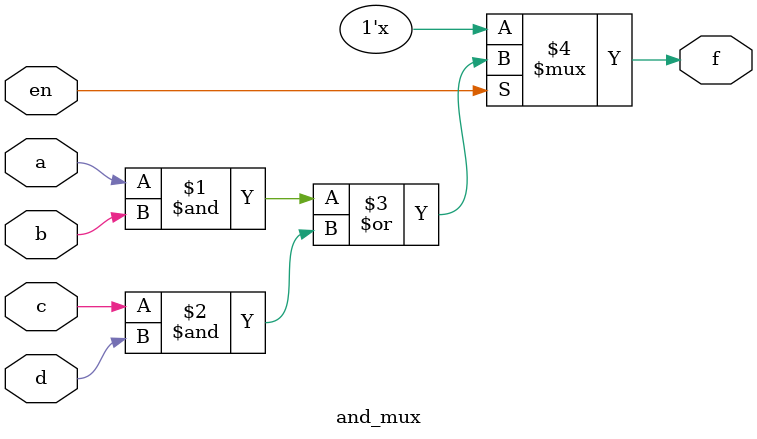
<source format=v>
module and_mux (input  a  , 
                input  b  ,
                input  c  ,
                input  d  ,
		input  en ,
                output f );

assign f = en ? a&b | c&d : 1'bz;
endmodule

</source>
